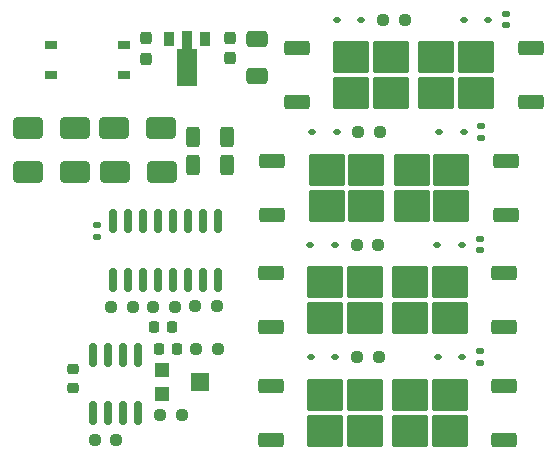
<source format=gbr>
%TF.GenerationSoftware,KiCad,Pcbnew,7.0.10*%
%TF.CreationDate,2024-02-13T13:45:35+01:00*%
%TF.ProjectId,turningLoopMosfet-overcurrent,7475726e-696e-4674-9c6f-6f704d6f7366,rev?*%
%TF.SameCoordinates,Original*%
%TF.FileFunction,Paste,Top*%
%TF.FilePolarity,Positive*%
%FSLAX46Y46*%
G04 Gerber Fmt 4.6, Leading zero omitted, Abs format (unit mm)*
G04 Created by KiCad (PCBNEW 7.0.10) date 2024-02-13 13:45:35*
%MOMM*%
%LPD*%
G01*
G04 APERTURE LIST*
G04 Aperture macros list*
%AMRoundRect*
0 Rectangle with rounded corners*
0 $1 Rounding radius*
0 $2 $3 $4 $5 $6 $7 $8 $9 X,Y pos of 4 corners*
0 Add a 4 corners polygon primitive as box body*
4,1,4,$2,$3,$4,$5,$6,$7,$8,$9,$2,$3,0*
0 Add four circle primitives for the rounded corners*
1,1,$1+$1,$2,$3*
1,1,$1+$1,$4,$5*
1,1,$1+$1,$6,$7*
1,1,$1+$1,$8,$9*
0 Add four rect primitives between the rounded corners*
20,1,$1+$1,$2,$3,$4,$5,0*
20,1,$1+$1,$4,$5,$6,$7,0*
20,1,$1+$1,$6,$7,$8,$9,0*
20,1,$1+$1,$8,$9,$2,$3,0*%
%AMFreePoly0*
4,1,9,3.862500,-0.866500,0.737500,-0.866500,0.737500,-0.450000,-0.737500,-0.450000,-0.737500,0.450000,0.737500,0.450000,0.737500,0.866500,3.862500,0.866500,3.862500,-0.866500,3.862500,-0.866500,$1*%
G04 Aperture macros list end*
%ADD10RoundRect,0.150000X0.150000X-0.825000X0.150000X0.825000X-0.150000X0.825000X-0.150000X-0.825000X0*%
%ADD11R,1.200000X1.200000*%
%ADD12R,1.500000X1.600000*%
%ADD13RoundRect,0.237500X0.250000X0.237500X-0.250000X0.237500X-0.250000X-0.237500X0.250000X-0.237500X0*%
%ADD14RoundRect,0.237500X-0.250000X-0.237500X0.250000X-0.237500X0.250000X0.237500X-0.250000X0.237500X0*%
%ADD15RoundRect,0.250000X0.312500X0.625000X-0.312500X0.625000X-0.312500X-0.625000X0.312500X-0.625000X0*%
%ADD16RoundRect,0.250000X-0.312500X-0.625000X0.312500X-0.625000X0.312500X0.625000X-0.312500X0.625000X0*%
%ADD17RoundRect,0.250000X-0.850000X-0.350000X0.850000X-0.350000X0.850000X0.350000X-0.850000X0.350000X0*%
%ADD18RoundRect,0.250000X-1.275000X-1.125000X1.275000X-1.125000X1.275000X1.125000X-1.275000X1.125000X0*%
%ADD19RoundRect,0.250000X0.850000X0.350000X-0.850000X0.350000X-0.850000X-0.350000X0.850000X-0.350000X0*%
%ADD20RoundRect,0.250000X1.275000X1.125000X-1.275000X1.125000X-1.275000X-1.125000X1.275000X-1.125000X0*%
%ADD21RoundRect,0.250000X1.000000X0.650000X-1.000000X0.650000X-1.000000X-0.650000X1.000000X-0.650000X0*%
%ADD22RoundRect,0.112500X0.187500X0.112500X-0.187500X0.112500X-0.187500X-0.112500X0.187500X-0.112500X0*%
%ADD23RoundRect,0.112500X-0.187500X-0.112500X0.187500X-0.112500X0.187500X0.112500X-0.187500X0.112500X0*%
%ADD24R,1.000000X0.800000*%
%ADD25RoundRect,0.225000X0.225000X0.250000X-0.225000X0.250000X-0.225000X-0.250000X0.225000X-0.250000X0*%
%ADD26RoundRect,0.140000X-0.170000X0.140000X-0.170000X-0.140000X0.170000X-0.140000X0.170000X0.140000X0*%
%ADD27RoundRect,0.225000X0.250000X-0.225000X0.250000X0.225000X-0.250000X0.225000X-0.250000X-0.225000X0*%
%ADD28RoundRect,0.237500X-0.237500X0.300000X-0.237500X-0.300000X0.237500X-0.300000X0.237500X0.300000X0*%
%ADD29R,0.900000X1.300000*%
%ADD30FreePoly0,270.000000*%
%ADD31RoundRect,0.250000X-0.650000X0.412500X-0.650000X-0.412500X0.650000X-0.412500X0.650000X0.412500X0*%
G04 APERTURE END LIST*
D10*
%TO.C,U901*%
X174799000Y-82692500D03*
X176069000Y-82692500D03*
X177339000Y-82692500D03*
X178609000Y-82692500D03*
X179879000Y-82692500D03*
X181149000Y-82692500D03*
X182419000Y-82692500D03*
X183689000Y-82692500D03*
X183689000Y-77742500D03*
X182419000Y-77742500D03*
X181149000Y-77742500D03*
X179879000Y-77742500D03*
X178609000Y-77742500D03*
X177339000Y-77742500D03*
X176069000Y-77742500D03*
X174799000Y-77742500D03*
%TD*%
%TO.C,U801*%
X173077500Y-93995500D03*
X174347500Y-93995500D03*
X175617500Y-93995500D03*
X176887500Y-93995500D03*
X176887500Y-89045500D03*
X175617500Y-89045500D03*
X174347500Y-89045500D03*
X173077500Y-89045500D03*
%TD*%
D11*
%TO.C,RV201*%
X178897500Y-90393500D03*
D12*
X182147500Y-91393500D03*
D11*
X178897500Y-92393500D03*
%TD*%
D13*
%TO.C,R903*%
X176473500Y-85043500D03*
X174648500Y-85043500D03*
%TD*%
%TO.C,R902*%
X183585500Y-84916500D03*
X181760500Y-84916500D03*
%TD*%
D14*
%TO.C,R901*%
X178181000Y-85043500D03*
X180006000Y-85043500D03*
%TD*%
D15*
%TO.C,R803*%
X184450000Y-73000000D03*
X181525000Y-73000000D03*
%TD*%
D16*
%TO.C,R802*%
X181525000Y-70599000D03*
X184450000Y-70599000D03*
%TD*%
D13*
%TO.C,R801*%
X175072000Y-96260000D03*
X173247000Y-96260000D03*
%TD*%
%TO.C,R701*%
X197372500Y-70237001D03*
X195547500Y-70237001D03*
%TD*%
%TO.C,R601*%
X197264000Y-89280500D03*
X195439000Y-89280500D03*
%TD*%
%TO.C,R501*%
X199471500Y-60712000D03*
X197646500Y-60712000D03*
%TD*%
%TO.C,R401*%
X197245500Y-79750001D03*
X195420500Y-79750001D03*
%TD*%
D14*
%TO.C,R202*%
X178769000Y-94187500D03*
X180594000Y-94187500D03*
%TD*%
D13*
%TO.C,R201*%
X183642000Y-88599500D03*
X181817000Y-88599500D03*
%TD*%
D17*
%TO.C,Q702*%
X188245000Y-72656000D03*
X188245000Y-77216000D03*
D18*
X196220000Y-76461000D03*
X192870000Y-73411000D03*
X196220000Y-73411000D03*
X192870000Y-76461000D03*
%TD*%
D19*
%TO.C,Q701*%
X208026000Y-77216000D03*
X208026000Y-72656000D03*
D20*
X200051000Y-73411000D03*
X203401000Y-76461000D03*
X200051000Y-76461000D03*
X203401000Y-73411000D03*
%TD*%
D17*
%TO.C,Q602*%
X188136500Y-91699500D03*
X188136500Y-96259500D03*
D18*
X196111500Y-95504500D03*
X192761500Y-92454500D03*
X196111500Y-92454500D03*
X192761500Y-95504500D03*
%TD*%
D20*
%TO.C,Q601*%
X203292500Y-92454500D03*
X199942500Y-95504500D03*
X203292500Y-95504500D03*
X199942500Y-92454500D03*
D19*
X207917500Y-91699500D03*
X207917500Y-96259500D03*
%TD*%
D17*
%TO.C,Q502*%
X190344000Y-63131000D03*
X190344000Y-67691000D03*
D18*
X198319000Y-66936000D03*
X194969000Y-63886000D03*
X198319000Y-63886000D03*
X194969000Y-66936000D03*
%TD*%
D19*
%TO.C,Q501*%
X210125000Y-67691000D03*
X210125000Y-63131000D03*
D20*
X202150000Y-63886000D03*
X205500000Y-66936000D03*
X202150000Y-66936000D03*
X205500000Y-63886000D03*
%TD*%
D17*
%TO.C,Q402*%
X188118000Y-82169000D03*
X188118000Y-86729000D03*
D18*
X196093000Y-85974000D03*
X192743000Y-82924000D03*
X196093000Y-82924000D03*
X192743000Y-85974000D03*
%TD*%
D19*
%TO.C,Q401*%
X207899000Y-86729000D03*
X207899000Y-82169000D03*
D20*
X199924000Y-82924000D03*
X203274000Y-85974000D03*
X199924000Y-85974000D03*
X203274000Y-82924000D03*
%TD*%
D21*
%TO.C,D804*%
X171582000Y-69876000D03*
X167582000Y-69876000D03*
%TD*%
%TO.C,D803*%
X178821000Y-69876000D03*
X174821000Y-69876000D03*
%TD*%
%TO.C,D802*%
X171582000Y-73559000D03*
X167582000Y-73559000D03*
%TD*%
%TO.C,D801*%
X178916000Y-73559000D03*
X174916000Y-73559000D03*
%TD*%
D22*
%TO.C,D702*%
X204460999Y-70237000D03*
X202360999Y-70237000D03*
%TD*%
D23*
%TO.C,D701*%
X191610500Y-70237001D03*
X193710500Y-70237001D03*
%TD*%
D22*
%TO.C,D602*%
X204352500Y-89280500D03*
X202252500Y-89280500D03*
%TD*%
D23*
%TO.C,D601*%
X191502000Y-89280500D03*
X193602000Y-89280500D03*
%TD*%
D22*
%TO.C,D502*%
X206560000Y-60712000D03*
X204460000Y-60712000D03*
%TD*%
D23*
%TO.C,D501*%
X193709500Y-60712000D03*
X195809500Y-60712000D03*
%TD*%
D22*
%TO.C,D402*%
X204333999Y-79750000D03*
X202233999Y-79750000D03*
%TD*%
D23*
%TO.C,D401*%
X191483500Y-79750001D03*
X193583500Y-79750001D03*
%TD*%
D24*
%TO.C,D301*%
X175697000Y-65397000D03*
X175697000Y-62857000D03*
X169547000Y-62857000D03*
X169547000Y-65397000D03*
%TD*%
D25*
%TO.C,C902*%
X179765000Y-86694500D03*
X178215000Y-86694500D03*
%TD*%
D26*
%TO.C,C901*%
X173402000Y-78114500D03*
X173402000Y-79074500D03*
%TD*%
D27*
%TO.C,C801*%
X171365500Y-91841000D03*
X171365500Y-90291000D03*
%TD*%
D26*
%TO.C,C701*%
X205950999Y-69729000D03*
X205950999Y-70689000D03*
%TD*%
%TO.C,C601*%
X205842500Y-88772500D03*
X205842500Y-89732500D03*
%TD*%
%TO.C,C501*%
X208050000Y-60204000D03*
X208050000Y-61164000D03*
%TD*%
%TO.C,C401*%
X205823999Y-79242000D03*
X205823999Y-80202000D03*
%TD*%
D25*
%TO.C,C201*%
X180202500Y-88599500D03*
X178652500Y-88599500D03*
%TD*%
D28*
%TO.C,C302*%
X184687000Y-62248500D03*
X184687000Y-63973500D03*
%TD*%
%TO.C,C301*%
X177575000Y-62275000D03*
X177575000Y-64000000D03*
%TD*%
D29*
%TO.C,U301*%
X182528000Y-62349000D03*
D30*
X181028000Y-62436500D03*
D29*
X179528000Y-62349000D03*
%TD*%
D31*
%TO.C,C303*%
X186973000Y-62310500D03*
X186973000Y-65435500D03*
%TD*%
M02*

</source>
